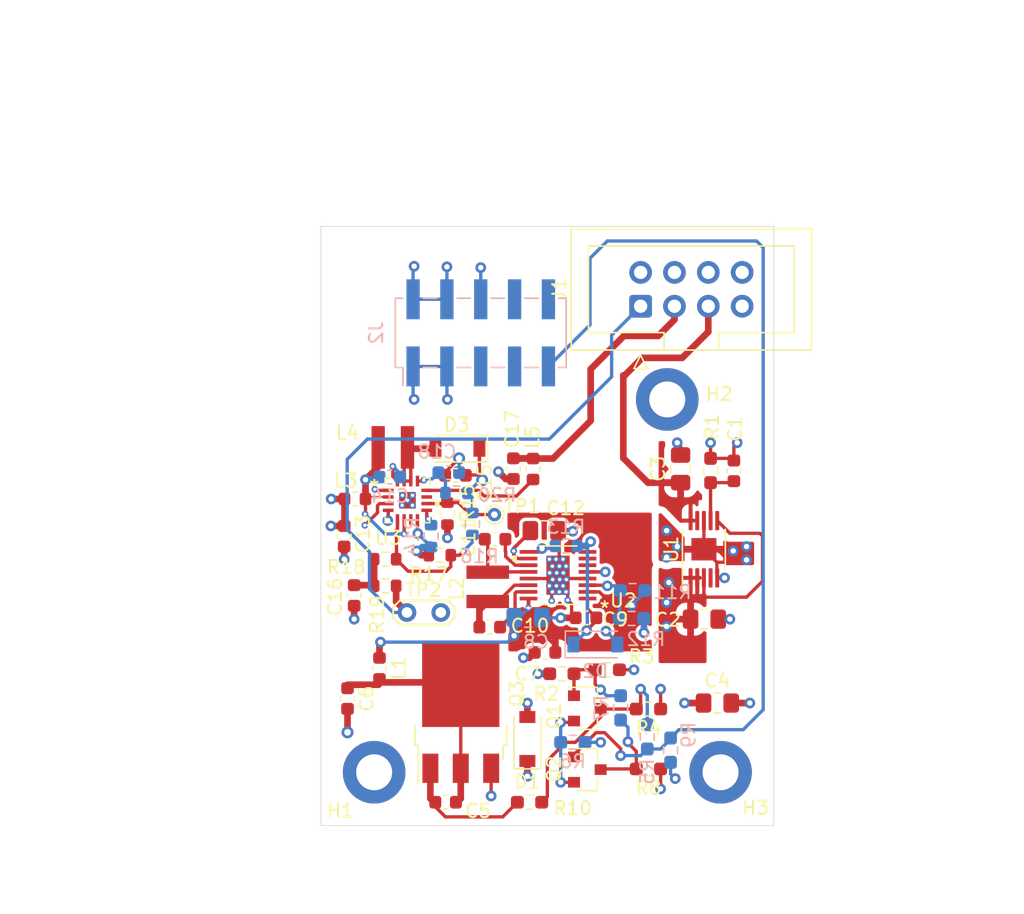
<source format=kicad_pcb>
(kicad_pcb (version 20211014) (generator pcbnew)
  (layers (0 "F.Cu" signal) (1 "In1.Cu" power) (2 "In2.Cu" power) (31 "B.Cu" signal) (34 "B.Paste" user) (35 "F.Paste" user) (36 "B.SilkS" user "B.Silkscreen") (37 "F.SilkS" user "F.Silkscreen") (38 "B.Mask" user) (39 "F.Mask" user) (44 "Edge.Cuts" user))
  (net 0 "")
  (net 1 "/vload")
  (net 2 "Net-(C1-Pad1)")
  (net 3 "GND")
  (net 4 "Net-(C5-Pad2)")
  (net 5 "Net-(C7-Pad1)")
  (net 6 "Net-(C10-Pad1)")
  (net 7 "Net-(C10-Pad2)")
  (net 8 "/On When Warm/VD1")
  (net 9 "/On When Warm/vs")
  (net 10 "/On When Warm/vg1")
  (net 11 "/thermistor")
  (net 12 "/On When Warm/vd2")
  (net 13 "Net-(C11-Pad2)")
  (net 14 "VDC")
  (net 15 "Net-(C16-Pad1)")
  (net 16 "/p5v_out")
  (net 17 "Net-(C18-Pad1)")
  (net 18 "Net-(C11-Pad1)")
  (net 20 "Net-(C14-Pad1)")
  (net 22 "Net-(C15-Pad1)")
  (net 23 "Net-(D3-Pad2)")
  (net 24 "/sipm_bias")
  (net 25 "Net-(R11-Pad2)")
  (net 27 "/sipm_dcdc/imon")
  (net 28 "/sipm_dcdc/ilim*")
  (net 29 "/dc_dc/pgood")
  (net 31 "Net-(R14-Pad1)")
  (net 32 "Net-(R16-Pad2)")
  (net 33 "+5V")
  (net 34 "Net-(L5-Pad2)")
  (net 37 "/vcont")
  (net 38 "/dc_dc/vcc")
  (footprint "Resistor_SMD:R_0603_1608Metric_Pad0.98x0.95mm_HandSolder" (layer "F.Cu") (at 124.5875 140.75 180)
    (fp_text reference "R8")
    (fp_text value "4.7k")
  )
  (footprint "Resistor_SMD:R_0603_1608Metric_Pad0.98x0.95mm_HandSolder" (layer "F.Cu") (at 121.5 133.3)
    (fp_text reference "R3")
    (fp_text value "100k")
  )
  (footprint "Resistor_SMD:R_0603_1608Metric_Pad0.98x0.95mm_HandSolder" (layer "F.Cu") (at 124.5875 136.25 180)
    (fp_text reference "R4")
    (fp_text value "4.7k")
  )
  (footprint "Package_TO_SOT_SMD:TO-252-3_TabPin2" (layer "F.Cu") (at 110.5 136.5 90)
    (fp_text reference "Q3")
    (fp_text value "AOD413A")
  )
  (footprint "Package_SO:MSOP-10-1EP_3x3mm_P0.5mm_EP1.68x1.88mm" (layer "F.Cu") (at 128.75 124.25 90)
    (fp_text reference "U1")
    (fp_text value "LT3042xMSE")
  )
  (footprint "Package_TO_SOT_SMD:SOT-23" (layer "F.Cu") (at 120 136.2)
    (fp_text reference "Q1")
    (fp_text value "IRLML2402TRPBF")
  )
  (footprint "Capacitor_SMD:C_0603_1608Metric" (layer "F.Cu") (at 102 135.4625 -90)
    (fp_text reference "C6")
    (fp_text value "2.2uF")
  )
  (footprint "Resistor_SMD:R_0603_1608Metric_Pad0.98x0.95mm_HandSolder" (layer "F.Cu") (at 118.0875 133.6)
    (fp_text reference "R2")
    (fp_text value "100k")
  )
  (footprint "Capacitor_SMD:C_0603_1608Metric" (layer "F.Cu") (at 131 118.3625 90)
    (fp_text reference "C1")
    (fp_text value "100nF")
  )
  (footprint "Capacitor_SMD:C_0805_2012Metric_Pad1.18x1.45mm_HandSolder" (layer "F.Cu") (at 127 118.2125 90)
    (fp_text reference "C3")
    (fp_text value "22uF")
  )
  (footprint "Resistor_SMD:R_0603_1608Metric_Pad0.98x0.95mm_HandSolder" (layer "F.Cu") (at 129.25 118.3375 90)
    (fp_text reference "R1")
    (fp_text value "49.9k")
  )
  (footprint "Capacitor_SMD:C_0805_2012Metric_Pad1.18x1.45mm_HandSolder" (layer "F.Cu") (at 128.7875 129.5)
    (fp_text reference "C2")
    (fp_text value "22uF")
  )
  (footprint "Capacitor_SMD:C_0603_1608Metric" (layer "F.Cu") (at 109.3625 143.25 180)
    (fp_text reference "C5")
    (fp_text value "22nF")
  )
  (footprint "Package_TO_SOT_SMD:SOT-23" (layer "F.Cu") (at 120 140.8)
    (fp_text reference "Q2")
    (fp_text value "IRLML2402TRPBF")
  )
  (footprint "Resistor_SMD:R_0603_1608Metric_Pad0.98x0.95mm_HandSolder" (layer "F.Cu") (at 115.6625 143.25)
    (fp_text reference "R10")
    (fp_text value "1k")
  )
  (footprint "MAX15059BATET:MAX15059BATE&plus_" (layer "F.Cu") (at 106.5 120.575)
    (fp_text reference "U3")
    (fp_text value "MAX15059BATE+" hide)
  )
  (footprint "Capacitor_SMD:C_0603_1608Metric" (layer "F.Cu") (at 119.9 129.4 180)
    (fp_text reference "C9")
    (fp_text value "2.2uF")
  )
  (footprint "Capacitor_SMD:C_0603_1608Metric" (layer "F.Cu") (at 101.75 123.275 -90)
    (fp_text reference "C13")
    (fp_text value "2.2uF")
  )
  (footprint "Capacitor_SMD:C_0603_1608Metric" (layer "F.Cu") (at 110.1 118.7 180)
    (fp_text reference "C15")
    (fp_text value "100nF")
  )
  (footprint "Capacitor_SMD:C_0603_1608Metric" (layer "F.Cu") (at 112.675 130.1)
    (fp_text reference "C10")
    (fp_text value "22nF")
  )
  (footprint "Capacitor_SMD:C_0603_1608Metric" (layer "F.Cu") (at 113.075 123.5)
    (fp_text reference "C11")
    (fp_text value "22nF")
  )
  (footprint "Wurth-744025004:Wuerth_Elektronik-744025004-Manufacturer_Recommended" (layer "F.Cu") (at 112.525001 127.075 90)
    (fp_text reference "L2")
    (fp_text value "4.7uH,WE-TPC,744025004" hide)
  )
  (footprint "Resistor_SMD:R_0603_1608Metric" (layer "F.Cu") (at 109.5 121.575 -90)
    (fp_text reference "R15")
    (fp_text value "10k")
  )
  (footprint "Resistor_SMD:R_0603_1608Metric" (layer "F.Cu") (at 108.925 124.7 180)
    (fp_text reference "R17")
    (fp_text value "10k")
  )
  (footprint "footprints:LTC3129EMSE-1-PBF" (layer "F.Cu") (at 117.8 126.2 180)
    (fp_text reference "U2")
    (fp_text value "LTC3129IMSE-1-PBF" hide)
  )
  (footprint "Capacitor_SMD:C_0805_2012Metric_Pad1.18x1.45mm_HandSolder" (layer "F.Cu") (at 116.7625 122.85)
    (fp_text reference "C12")
    (fp_text value "22uF")
  )
  (footprint "TestPoint:TestPoint_THTPad_D1.0mm_Drill0.5mm" (layer "F.Cu") (at 113.025 121.65)
    (fp_text reference "TP1")
    (fp_text value "TestPoint")
  )
  (footprint "Wurth-744025004:Wuerth_Elektronik-744025004-Manufacturer_Recommended" (layer "F.Cu") (at 105.4 116.599999 180)
    (fp_text reference "L4")
    (fp_text value "4.7uF,WE-TPC,744025004" hide)
  )
  (footprint "Capacitor_SMD:C_0603_1608Metric" (layer "F.Cu") (at 114.45 118.2 -90)
    (fp_text reference "C17")
    (fp_text value "100nF")
  )
  (footprint "Inductor_SMD:L_0603_1608Metric" (layer "F.Cu") (at 115.925 118.225 -90)
    (fp_text reference "L5")
    (fp_text value "1.0uH")
  )
  (footprint "Capacitor_SMD:C_0603_1608Metric" (layer "F.Cu") (at 102.5 127.725 -90)
    (fp_text reference "C16")
    (fp_text value "100nF")
  )
  (footprint "Resistor_SMD:R_0603_1608Metric" (layer "F.Cu") (at 104.825 125)
    (fp_text reference "R18")
    (fp_text value "10k")
  )
  (footprint "Resistor_SMD:R_0603_1608Metric" (layer "F.Cu") (at 104.825 127 180)
    (fp_text reference "R19")
    (fp_text value "10k")
  )
  (footprint "TestPoint:TestPoint_2Pads_Pitch2.54mm_Drill0.8mm" (layer "F.Cu") (at 106.46 129)
    (fp_text reference "TP2")
    (fp_text value "TestPoint_2Pole")
  )
  (footprint "MountingHole:MountingHole_2.7mm_M2.5_DIN965_Pad" (layer "F.Cu") (at 104 141)
    (fp_text reference "H1")
    (fp_text value "MountingHole_Pad")
  )
  (footprint "MountingHole:MountingHole_2.7mm_M2.5_DIN965_Pad" (layer "F.Cu") (at 126 113)
    (fp_text reference "H2")
    (fp_text value "MountingHole_Pad")
  )
  (footprint "MountingHole:MountingHole_2.7mm_M2.5_DIN965_Pad" (layer "F.Cu") (at 130 141)
    (fp_text reference "H3")
    (fp_text value "MountingHole_Pad")
  )
  (footprint "Inductor_SMD:L_0603_1608Metric" (layer "F.Cu") (at 102.5625 120.475 180)
    (fp_text reference "L3")
    (fp_text value "1.0uH")
  )
  (footprint "Connector_IDC:IDC-Header_2x04_P2.54mm_Vertical" (layer "F.Cu") (at 124 106 90)
    (fp_text reference "J1")
    (fp_text value "Conn_02x04_Odd_Even")
  )
  (footprint "Inductor_SMD:L_0603_1608Metric" (layer "F.Cu") (at 104.4 133.2 -90)
    (fp_text reference "L1")
    (fp_text value "1.0uH")
  )
  (footprint "Diode_SMD:D_SOD-123" (layer "F.Cu") (at 110.25 116.7 180)
    (fp_text reference "D3")
    (fp_text value "MBR0580")
  )
  (footprint "Capacitor_SMD:C_0603_1608Metric" (layer "F.Cu") (at 116.825 132 180)
    (fp_text reference "C7")
    (fp_text value "2.2uF")
  )
  (footprint "Capacitor_SMD:C_0805_2012Metric_Pad1.18x1.45mm_HandSolder" (layer "F.Cu") (at 129.7625 135.8)
    (fp_text reference "C4")
    (fp_text value "22uF")
  )
  (footprint "Diode_SMD:D_SOD-123" (layer "F.Cu") (at 115.5 138.5 90)
    (fp_text reference "D1")
    (fp_text value "MBR0580")
  )
  (footprint "Resistor_SMD:R_0603_1608Metric_Pad0.98x0.95mm_HandSolder" (layer "B.Cu") (at 122.5 136.1625 -90)
    (fp_text reference "R7")
    (fp_text value "200k")
  )
  (footprint "Resistor_SMD:R_0603_1608Metric_Pad0.98x0.95mm_HandSolder" (layer "B.Cu") (at 126.25 139.3375 90)
    (fp_text reference "R9")
    (fp_text value "100k")
  )
  (footprint "Resistor_SMD:R_0603_1608Metric_Pad0.98x0.95mm_HandSolder" (layer "B.Cu") (at 124.5 138.3375 -90)
    (fp_text reference "R5")
    (fp_text value "200k")
  )
  (footprint "Resistor_SMD:R_0603_1608Metric_Pad0.98x0.95mm_HandSolder" (layer "B.Cu") (at 118.9125 138.75)
    (fp_text reference "R6")
    (fp_text value "1K")
  )
  (footprint "Connector_PinSocket_2.54mm:PinSocket_2x05_P2.54mm_Vertical_SMD" (layer "B.Cu") (at 112 108 -90)
    (fp_text reference "J2")
    (fp_text value "Conn_02x05_Odd_Even")
  )
  (footprint "Capacitor_SMD:C_0805_2012Metric_Pad1.18x1.45mm_HandSolder" (layer "B.Cu") (at 115.55 129.375)
    (fp_text reference "C8")
    (fp_text value "22uF")
  )
  (footprint "Capacitor_SMD:C_0603_1608Metric" (layer "B.Cu") (at 105.175 118.825)
    (fp_text reference "C14")
    (fp_text value "2.2uF")
  )
  (footprint "Resistor_SMD:R_0603_1608Metric" (layer "B.Cu") (at 108.275 123.265 -90)
    (fp_text reference "R14")
    (fp_text value "120k")
  )
  (footprint "Resistor_SMD:R_0603_1608Metric" (layer "B.Cu") (at 111.375 122.35 -90)
    (fp_text reference "R16")
    (fp_text value "360k")
  )
  (footprint "Resistor_SMD:R_0603_1608Metric" (layer "B.Cu") (at 110.175 120.025)
    (fp_text reference "R20")
    (fp_text value "100")
  )
  (footprint "Resistor_SMD:R_0603_1608Metric_Pad0.98x0.95mm_HandSolder" (layer "B.Cu") (at 123.4 127.35 180)
    (fp_text reference "R11")
    (fp_text value "330k")
  )
  (footprint "Resistor_SMD:R_0603_1608Metric_Pad0.98x0.95mm_HandSolder" (layer "B.Cu") (at 123.325 129.45)
    (fp_text reference "R12")
    (fp_text value "100k")
  )
  (footprint "Capacitor_SMD:C_0603_1608Metric" (layer "B.Cu") (at 109.6 118.5)
    (fp_text reference "C18")
    (fp_text value "100nF")
  )
  (footprint "Resistor_SMD:R_0603_1608Metric" (layer "B.Cu") (at 118.4 124 180)
    (fp_text reference "R13")
    (fp_text value "10k")
  )
  (footprint "Diode_SMD:D_SOD-123" (layer "B.Cu") (at 120.6 131.4)
    (fp_text reference "D2")
    (fp_text value "MBR0580")
  )
  (gr_line (start 100 145) (end 100 100) (layer "Edge.Cuts") (width 0.05))
  (gr_line (start 134 145) (end 100 145) (layer "Edge.Cuts") (width 0.05))
  (gr_line (start 100 100) (end 134 100) (layer "Edge.Cuts") (width 0.05))
  (gr_line (start 134 100) (end 134 145) (layer "Edge.Cuts") (width 0.05))
  (segment (start 110.5 140.7) (end 110.5 134.4) (width 0.25) (layer "F.Cu") (net 1))
  (segment (start 102 134.425) (end 104.325 134.425) (width 0.5) (layer "F.Cu") (net 1))
  (segment (start 110.5 140.7) (end 110.5 142.975) (width 0.5) (layer "F.Cu") (net 1))
  (segment (start 110.35 134.25) (end 110.5 134.4) (width 0.5) (layer "F.Cu") (net 1))
  (segment (start 110.5 142.975) (end 110.225 143.25) (width 0.5) (layer "F.Cu") (net 1))
  (segment (start 104.325 134.425) (end 104.5 134.25) (width 0.5) (layer "F.Cu") (net 1))
  (segment (start 104.4 133.9875) (end 104.4 134.15) (width 0.5) (layer "F.Cu") (net 1))
  (segment (start 104.5 134.25) (end 110.35 134.25) (width 0.5) (layer "F.Cu") (net 1))
  (segment (start 104.4 134.15) (end 104.5 134.25) (width 0.5) (layer "F.Cu") (net 1))
  (segment (start 129.25 122.1) (end 129.25 119.25) (width 0.25) (layer "F.Cu") (net 2))
  (segment (start 129.25 119.25) (end 130.975 119.25) (width 0.25) (layer "F.Cu") (net 2))
  (segment (start 130.975 119.25) (end 131 119.225) (width 0.25) (layer "F.Cu") (net 2))
  (segment (start 102.5 128.5) (end 102.5 129.5) (width 0.5) (layer "F.Cu") (net 3))
  (segment (start 120.013348 125.94981) (end 121.35019 125.94981) (width 0.25) (layer "F.Cu") (net 3))
  (segment (start 109.325 118.475) (end 110.375 117.425) (width 0.25) (layer "F.Cu") (net 3))
  (segment (start 122.4125 133.3) (end 123.5 133.3) (width 0.25) (layer "F.Cu") (net 3))
  (segment (start 107.5245 124.7) (end 107.2 124.3755) (width 0.5) (layer "F.Cu") (net 3))
  (segment (start 105.400004 118.779605) (end 105.400004 118.025) (width 0.25) (layer "F.Cu") (net 3))
  (segment (start 114.45 118.975) (end 113.875 118.975) (width 0.5) (layer "F.Cu") (net 3))
  (segment (start 115.5 136.85) (end 115.5 135.8) (width 0.5) (layer "F.Cu") (net 3))
  (segment (start 129.75 126.05) (end 129.72501 126.02501) (width 0.25) (layer "F.Cu") (net 3))
  (segment (start 129.25 117.425) (end 129.25 116.25) (width 0.25) (layer "F.Cu") (net 3))
  (segment (start 107.250001 122.0204) (end 107.25 122.6744) (width 0.25) (layer "F.Cu") (net 3))
  (segment (start 107.25 122.6744) (end 107.25 123.05) (width 0.25) (layer "F.Cu") (net 3))
  (segment (start 117.325 128.125) (end 117.325 127.5) (width 0.25) (layer "F.Cu") (net 3))
  (segment (start 118.82 129.05) (end 118.82 128.37) (width 0.25) (layer "F.Cu") (net 3))
  (segment (start 119.125 129.4) (end 118 129.4) (width 0.5) (layer "F.Cu") (net 3))
  (segment (start 129.72501 126.02501) (end 129.72501 125.22501) (width 0.25) (layer "F.Cu") (net 3))
  (segment (start 120.013348 126.45019) (end 120.013348 125.94981) (width 0.25) (layer "F.Cu") (net 3))
  (segment (start 109.5 122.4) (end 109.5 123.4) (width 0.5) (layer "F.Cu") (net 3))
  (segment (start 118.75 128.3) (end 118.525 128.075) (width 0.25) (layer "F.Cu") (net 3))
  (segment (start 130.72501 125.22501) (end 129.75 124.25) (width 0.25) (layer "F.Cu") (net 3))
  (segment (start 115.586652 126.45019) (end 117.54981 126.45019) (width 0.25) (layer "F.Cu") (net 3))
  (segment (start 127 116.5) (end 126.75 116.25) (width 0.25) (layer "F.Cu") (net 3))
  (segment (start 105.022597 121.927403) (end 105.022597 122.1) (width 0.25) (layer "F.Cu") (net 3))
  (segment (start 120.013348 126.45019) (end 118.05019 126.45019) (width 0.25) (layer "F.Cu") (net 3))
  (segment (start 109.325 118.7) (end 109.325 118.475) (width 0.25) (layer "F.Cu") (net 3))
  (segment (start 118.525 128.075) (end 118.525 126.925) (width 0.25) (layer "F.Cu") (net 3))
  (segment (start 115.65 132.4) (end 116.05 132) (width 0.5) (layer "F.Cu") (net 3))
  (segment (start 128.35 124.25) (end 128.75 124.25) (width 0.25) (layer "F.Cu") (net 3))
  (segment (start 130.925 117.425) (end 131 117.5) (width 0.25) (layer "F.Cu") (net 3))
  (segment (start 106.525 120.575) (end 106.85 120.25) (width 0.25) (layer "F.Cu") (net 3))
  (segment (start 129.72501 125.22501) (end 129.15 124.65) (width 0.25) (layer "F.Cu") (net 3))
  (segment (start 128.75 124.25) (end 129.15 124.65) (width 0.25) (layer "F.Cu") (net 3))
  (segment (start 102 136.5) (end 102 138) (width 0.5) (layer "F.Cu") (net 3))
  (segment (start 131 116.5) (end 131.25 116.25) (width 0.25) (layer "F.Cu") (net 3))
  (segment (start 131 117.5) (end 131 116.5) (width 0.25) (layer "F.Cu") (net 3))
  (segment (start 129.75 126.4) (end 130.3 126.4) (width 0.25) (layer "F.Cu") (net 3))
  (segment (start 129.72501 125.22501) (end 130.72501 125.22501) (width 0.25) (layer "F.Cu") (net 3))
  (segment (start 105.0546 121.325001) (end 105.0546 121.8954) (width 0.25) (layer "F.Cu") (net 3))
  (segment (start 105.0546 121.8954) (end 105.022597 121.927403) (width 0.25) (layer "F.Cu") (net 3))
  (segment (start 117.85 122.9) (end 117.8 122.85) (width 0.5) (layer "F.Cu") (net 3))
  (segment (start 115.2 132.4) (end 115.65 132.4) (width 0.5) (layer "F.Cu") (net 3))
  (segment (start 129.75 126.4) (end 129.75 126.05) (width 0.25) (layer "F.Cu") (net 3))
  (segment (start 107.25 123.05) (end 107.275 123.075) (width 0.25) (layer "F.Cu") (net 3))
  (segment (start 105.749999 119.1296) (end 105.400004 118.779605) (width 0.25) (layer "F.Cu") (net 3))
  (segment (start 117.8875 124.7625) (end 117.8875 122.9375) (width 0.25) (layer "F.Cu") (net 3))
  (segment (start 118.9 122.9) (end 117.85 122.9) (width 0.5) (layer "F.Cu") (net 3))
  (segment (start 117.8875 122.9375) (end 117.8 122.85) (width 0.25) (layer "F.Cu") (net 3))
  (segment (start 117.65 125) (end 117.8875 124.7625) (width 0.25) (layer "F.Cu") (net 3))
  (segment (start 104.250001 119.824999) (end 104.225 119.85) (width 0.25) (layer "F.Cu") (net 3))
  (segment (start 128.75 122.1) (end 128.75 124.25) (width 0.25) (layer "F.Cu") (net 3))
  (segment (start 129.25 117.425) (end 130.925 117.425) (width 0.25) (layer "F.Cu") (net 3))
  (segment (start 108.1 124.7) (end 107.5245 124.7) (width 0.5) (layer "F.Cu") (net 3))
  (segment (start 106.5 120.575) (end 106.525 120.575) (width 0.25) (layer "F.Cu") (net 3))
  (segment (start 130.8 135.8) (end 132.2 135.8) (width 0.5) (layer "F.Cu") (net 3))
  (segment (start 127 117.175) (end 127 116.5) (width 0.25) (layer "F.Cu") (net 3))
  (segment (start 106.85 120.25) (end 106.175006 120.25) (width 0.25) (layer "F.Cu") (net 3))
  (segment (start 113.875 118.975) (end 113.325 118.425) (width 0.5) (layer "F.Cu") (net 3))
  (segment (start 118.82 128.37) (end 118.525 128.075) (width 0.25) (layer "F.Cu") (net 3))
  (segment (start 129.825 129.5) (end 130.7 129.5) (width 0.25) (layer "F.Cu") (net 3))
  (segment (start 101.75 124.05) (end 101.75 125) (width 0.5) (layer "F.Cu") (net 3))
  (segment (start 105.0546 119.824999) (end 104.250001 119.824999) (width 0.25) (layer "F.Cu") (net 3))
  (via (at 106.5 120.575) (size 0.5) (drill 0.25) (layers "F.Cu" "B.Cu") (net 3))
  (via (at 118.175 125) (size 0.5) (drill 0.25) (layers "F.Cu" "B.Cu") (net 3))
  (via (at 117.9 127.45) (size 0.5) (drill 0.25) (layers "F.Cu" "B.Cu") (net 3))
  (via (at 117.375 127.45) (size 0.5) (drill 0.25) (layers "F.Cu" "B.Cu") (net 3))
  (via (at 118.4 127.45) (size 0.5) (drill 0.25) (layers "F.Cu" "B.Cu") (net 3))
  (via (at 118.2 126.025) (size 0.5) (drill 0.25) (layers "F.Cu" "B.Cu") (net 3))
  (via (at 117.15 127) (size 0.5) (drill 0.25) (layers "F.Cu" "B.Cu") (net 3))
  (via (at 118.525 128.075) (size 0.5) (drill 0.25) (layers "F.Cu" "B.Cu") (net 3))
  (via (at 130.7 129.5) (size 0.8) (drill 0.4) (layers "F.Cu" "B.Cu") (net 3))
  (via (at 106.1 120.95) (size 0.5) (drill 0.25) (layers "F.Cu" "B.Cu") (net 3))
  (via (at 102.5 129.5) (size 0.8) (drill 0.4) (layers "F.Cu" "B.Cu") (net 3))
  (via (at 105.400004 118.025) (size 0.5) (drill 0.25) (layers "F.Cu" "B.Cu") (net 3))
  (via (at 126.75 116.25) (size 0.8) (drill 0.4) (layers "F.Cu" "B.Cu") (net 3))
  (via (at 106.125 120.2) (size 0.5) (drill 0.25) (layers "F.Cu" "B.Cu") (net 3))
  (via (at 117.7 126.025) (size 0.5) (drill 0.25) (layers "F.Cu" "B.Cu") (net 3))
  (via (at 106.875 120.2) (size 0.5) (drill 0.25) (layers "F.Cu" "B.Cu") (net 3))
  (via (at 115.5 135.8) (size 0.8) (drill 0.4) (layers "F.Cu" "B.Cu") (net 3))
  (via (at 115.2 132.4) (size 0.8) (drill 0.4) (layers "F.Cu" "B.Cu") (net 3))
  (via (at 105.022597 122.1) (size 0.8) (drill 0.4) (layers "F.Cu" "B.Cu") (net 3))
  (via (at 106.875 120.95) (size 0.5) (drill 0.25) (layers "F.Cu" "B.Cu") (net 3))
  (via (at 118.4 125.525) (size 0.5) (drill 0.25) (layers "F.Cu" "B.Cu") (net 3))
  (via (at 117.175 126.025) (size 0.5) (drill 0.25) (layers "F.Cu" "B.Cu") (net 3))
  (via (at 131.95 125.05) (size 0.8) (drill 0.4) (layers "F.Cu" "B.Cu") (net 3))
  (via (at 132.2 135.8) (size 0.8) (drill 0.4) (layers "F.Cu" "B.Cu") (net 3))
  (via (at 123.5 133.3) (size 0.8) (drill 0.4) (layers "F.Cu" "B.Cu") (net 3))
  (via (at 117.9 125.525) (size 0.5) (drill 0.25) (layers "F.Cu" "B.Cu") (net 3))
  (via (at 117.4 126.525) (size 0.5) (drill 0.25) (layers "F.Cu" "B.Cu") (net 3))
  (via (at 117.375 125.525) (size 0.5) (drill 0.25) (layers "F.Cu" "B.Cu") (net 3))
  (via (at 107.275 123.075) (size 0.8) (drill 0.4) (layers "F.Cu" "B.Cu") (net 3))
  (via (at 117.65 125) (size 0.5) (drill 0.25) (layers "F.Cu" "B.Cu") (net 3))
  (via (at 131.95 124.05) (size 0.8) (drill 0.4) (layers "F.Cu" "B.Cu") (net 3))
  (via (at 109.5 123.4) (size 0.8) (drill 0.4) (layers "F.Cu" "B.Cu") (net 3))
  (via (at 130.3 126.4) (size 0.8) (drill 0.4) (layers "F.Cu" "B.Cu") (net 3))
  (via (at 125.95 122.85) (size 0.8) (drill 0.4) (layers "F.Cu" "B.Cu") (net 3))
  (via (at 118 129.4) (size 0.8) (drill 0.4) (layers "F.Cu" "B.Cu") (net 3))
  (via (at 121.35019 125.94981) (size 0.8) (drill 0.4) (layers "F.Cu" "B.Cu") (net 3))
  (via (at 117.325 128.125) (size 0.5) (drill 0.25) (layers "F.Cu" "B.Cu") (net 3))
  (via (at 118.425 126.525) (size 0.5) (drill 0.25) (layers "F.Cu" "B.Cu") (net 3))
  (via (at 117.675 127) (size 0.5) (drill 0.25) (layers "F.Cu" "B.Cu") (net 3))
  (via (at 109.46 103.04) (size 0.8) (drill 0.4) (layers "F.Cu" "B.Cu") (net 3))
  (via (at 124.25 130.525) (size 0.8) (drill 0.4) (layers "F.Cu" "B.Cu") (net 3))
  (via (at 117.925 126.525) (size 0.5) (drill 0.25) (layers "F.Cu" "B.Cu") (net 3))
  (via (at 112 103.1) (size 0.8) (drill 0.4) (layers "F.Cu" "B.Cu") (net 3))
  (via (at 131.25 116.25) (size 0.8) (drill 0.4) (layers "F.Cu" "B.Cu") (net 3))
  (via (at 117.15 125) (size 0.5) (drill 0.25) (layers "F.Cu" "B.Cu") (net 3))
  (via (at 101.75 125) (size 0.8) (drill 0.4) (layers "F.Cu" "B.Cu") (net 3))
  (via (at 126.75 124.05) (size 0.8) (drill 0.4) (layers "F.Cu" "B.Cu") (net 3))
  (via (at 118.9 122.9) (size 0.8) (drill 0.4) (layers "F.Cu" "B.Cu") (net 3))
  (via (at 118.175 127) (size 0.5) (drill 0.25) (layers "F.Cu" "B.Cu") (net 3))
  (via (at 125.95 124.85) (size 0.8) (drill 0.4) (layers "F.Cu" "B.Cu") (net 3))
  (via (at 102 138) (size 0.9) (drill 0.5) (layers "F.Cu" "B.Cu") (net 3))
  (via (at 130.952593 124.374996) (size 0.8) (drill 0.4) (layers "F.Cu" "B.Cu") (net 3))
  (via (at 110.375 117.425) (size 0.9) (drill 0.5) (layers "F.Cu" "B.Cu") (net 3))
  (via (at 121 138.75) (size 0.8) (drill 0.4) (layers "F.Cu" "B.Cu") (net 3))
  (via (at 107.2 124.3755) (size 0.8) (drill 0.4) (layers "F.Cu" "B.Cu") (net 3))
  (via (at 107 103) (size 0.8) (drill 0.4) (layers "F.Cu" "B.Cu") (net 3))
  (via (at 113.325 118.425) (size 0.8) (drill 0.4) (layers "F.Cu" "B.Cu") (net 3))
  (via (at 129.25 116.25) (size 0.8) (drill 0.4) (layers "F.Cu" "B.Cu") (net 3))
  (via (at 104.05 119.75) (size 0.5) (drill 0.25) (layers "F.Cu" "B.Cu") (net 3))
  (segment (start 119.825 138.75) (end 121 138.75) (width 0.25) (layer "B.Cu") (net 3))
  (segment (start 108.275 123.775) (end 108.275 124.324996) (width 0.25) (layer "B.Cu") (net 3))
  (segment (start 116.6125 129.4) (end 116.5875 129.375) (width 0.25) (layer "B.Cu") (net 3))
  (segment (start 108.275 124.09) (end 107.61 124.09) (width 0.5) (layer "B.Cu") (net 3))
  (segment (start 106.92 105.475) (end 109.46 105.475) (width 0.25) (layer "B.Cu") (net 3))
  (segment (start 118 129.4) (end 116.6125 129.4) (width 0.25) (layer "B.Cu") (net 3))
  (segment (start 112 105.48) (end 112 103.1) (width 0.25) (layer "B.Cu") (net 3))
  (segment (start 124.25 130.25) (end 124.25 130.525) (width 0.5) (layer "B.Cu") (net 3))
  (segment (start 109.46 105.475) (end 109.46 103.04) (width 0.25) (layer "B.Cu") (net 3))
  (segment (start 106.92 105.475) (end 106.92 103.08) (width 0.25) (layer "B.Cu") (net 3))
  (segment (start 105.95 118.825) (end 105.95 118.574996) (width 0.25) (layer "B.Cu") (net 3))
  (segment (start 105.95 118.574996) (end 105.400004 118.025) (width 0.25) (layer "B.Cu") (net 3))
  (segment (start 110.375 118.5) (end 110.375 117.425) (width 0.25) (layer "B.Cu") (net 3))
  (segment (start 107.975 123.775) (end 107.275 123.075) (width 0.25) (layer "B.Cu") (net 3))
  (segment (start 124.25 129.25) (end 124.25 130.25) (width 0.5) (layer "B.Cu") (net 3))
  (segment (start 107.3245 124.3755) (end 107.2 124.3755) (width 0.5) (layer "B.Cu") (net 3))
  (segment (start 107.61 124.09) (end 107.3245 124.3755) (width 0.5) (layer "B.Cu") (net 3))
  (segment (start 108.275 123.775) (end 107.975 123.775) (width 0.25) (layer "B.Cu") (net 3))
  (segment (start 106.92 103.08) (end 107 103) (width 0.25) (layer "B.Cu") (net 3))
  (segment (start 109.35 144.35) (end 113.65 144.35) (width 0.25) (layer "F.Cu") (net 4))
  (segment (start 113.65 144.35) (end 114.75 143.25) (width 0.25) (layer "F.Cu") (net 4))
  (segment (start 108.5 143.25) (end 108.5 143.5) (width 0.25) (layer "F.Cu") (net 4))
  (segment (start 108.22 140.7) (end 108.22 142.97) (width 0.5) (layer "F.Cu") (net 4))
  (segment (start 108.22 142.97) (end 108.5 143.25) (width 0.5) (layer "F.Cu") (net 4))
  (segment (start 108.5 143.5) (end 109.35 144.35) (width 0.25) (layer "F.Cu") (net 4))
  (segment (start 117.6 131.5) (end 117.6 132) (width 0.25) (layer "F.Cu") (net 5))
  (segment (start 120.013348 127.45095) (end 120.90162 127.45095) (width 0.25) (layer "F.Cu") (net 5))
  (segment (start 114.5 130.75) (end 116.85 130.75) (width 0.25) (layer "F.Cu") (net 5))
  (segment (start 104.4 132.4125) (end 104.4 131.3) (width 0.5) (layer "F.Cu") (net 5))
  (segment (start 116.85 130.75) (end 117.6 131.5) (width 0.25) (layer "F.Cu") (net 5))
  (segment (start 104.4 131.3) (end 104.475 131.225) (width 0.5) (layer "F.Cu") (net 5))
  (segment (start 115.586652 127.95133) (end 115.586652 128.663348) (width 0.25) (layer "F.Cu") (net 5))
  (segment (start 120.90162 127.45095) (end 121.25 127.79933) (width 0.25) (layer "F.Cu") (net 5))
  (via (at 114.5 130.75) (size 0.8) (drill 0.4) (layers "F.Cu" "B.Cu") (net 5))
  (via (at 123.325 128.45) (size 0.8) (drill 0.4) (layers "F.Cu" "B.Cu") (net 5))
  (via (at 115.586652 128.663348) (size 0.5) (drill 0.25) (layers "F.Cu" "B.Cu") (net 5))
  (via (at 104.475 131.225) (size 0.8) (drill 0.4) (layers "F.Cu" "B.Cu") (net 5))
  (segment (start 104.475 131.225) (end 114.025 131.225) (width 0.25) (layer "B.Cu") (net 5))
  (segment (start 114.9 129.35) (end 115.586652 128.663348) (width 0.25) (layer "B.Cu") (net 5))
  (segment (start 124.3125 127.35) (end 124.3125 127.4625) (width 0.25) (layer "B.Cu") (net 5))
  (segment (start 124.3125 127.4625) (end 123.325 128.45) (width 0.25) (layer "B.Cu") (net 5))
  (segment (start 114.3875 129.35) (end 114.9 129.35) (width 0.25) (layer "B.Cu") (net 5))
  (segment (start 114.5 129.5) (end 114.5 130.75) (width 0.5) (layer "B.Cu") (net 5))
  (segment (start 114.025 131.225) (end 114.5 130.75) (width 0.25) (layer "B.Cu") (net 5))
  (segment (start 111.9 128.8) (end 112.525 128.175) (width 0.5) (layer "F.Cu") (net 6))
  (segment (start 113.312243 128.175) (end 112.525 128.175) (width 0.25) (layer "F.Cu") (net 6))
  (segment (start 114.536673 126.95057) (end 113.312243 128.175) (width 0.25) (layer "F.Cu") (net 6))
  (segment (start 115.586652 126.95057) (end 114.536673 126.95057) (width 0.25) (layer "F.Cu") (net 6))
  (segment (start 111.9 130.1) (end 111.9 128.8) (width 0.5) (layer "F.Cu") (net 6))
  (segment (start 114 129.55) (end 113.45 130.1) (width 0.25) (layer "F.Cu") (net 7))
  (segment (start 114.575 127.548653) (end 114.575 129.125) (width 0.25) (layer "F.Cu") (net 7))
  (segment (start 115.586652 127.45095) (end 114.672703 127.45095) (width 0.25) (layer "F.Cu") (net 7))
  (segment (start 114.575 129.125) (end 114.15 129.55) (width 0.25) (layer "F.Cu") (net 7))
  (segment (start 114.15 129.55) (end 114 129.55) (width 0.25) (layer "F.Cu") (net 7))
  (segment (start 114.672703 127.45095) (end 114.575 127.548653) (width 0.25) (layer "F.Cu") (net 7))
  (segment (start 118.373004 138.75) (end 117 140.123004) (width 0.25) (layer "F.Cu") (net 8))
  (segment (start 121.05 136.25) (end 121 136.2) (width 0.25) (layer "F.Cu") (net 8))
  (segment (start 123.675 136.25) (end 121.05 136.25) (width 0.25) (layer "F.Cu") (net 8))
  (segment (start 121 136.85) (end 119.1 138.75) (width 0.25) (layer "F.Cu") (net 8))
  (segment (start 124 134.75) (end 124 135.925) (width 0.25) (layer "F.Cu") (net 8))
  (segment (start 117 140.123004) (end 117 142.825) (width 0.25) (layer "F.Cu") (net 8))
  (segment (start 119.1 138.75) (end 118.373004 138.75) (width 0.25) (layer "F.Cu") (net 8))
  (segment (start 121 136.2) (end 121 136.85) (width 0.25) (layer "F.Cu") (net 8))
  (segment (start 124 135.925) (end 123.675 136.25) (width 0.25) (layer "F.Cu") (net 8))
  (segment (start 117 142.825) (end 116.575 143.25) (width 0.25) (layer "F.Cu") (net 8))
  (via (at 124 134.75) (size 0.8) (drill 0.4) (layers "F.Cu" "B.Cu") (net 8))
  (segment (start 124.5 137.425) (end 124.5 135.25) (width 0.25) (layer "B.Cu") (net 8))
  (segment (start 124.5 135.25) (end 124 134.75) (width 0.25) (layer "B.Cu") (net 8))
  (segment (start 118 137.25) (end 118.9 137.25) (width 0.25) (layer "F.Cu") (net 9))
  (segment (start 118.9 137.25) (end 119 137.15) (width 0.25) (layer "F.Cu") (net 9))
  (segment (start 118 141.75) (end 119 141.75) (width 0.25) (layer "F.Cu") (net 9))
  (via (at 118 137.25) (size 0.8) (drill 0.4) (layers "F.Cu" "B.Cu") (net 9))
  (via (at 118 141.75) (size 0.8) (drill 0.4) (layers "F.Cu" "B.Cu") (net 9))
  (segment (start 118 138.75) (end 118 141.75) (width 0.25) (layer "B.Cu") (net 9))
  (segment (start 118 138.75) (end 118 137.25) (width 0.25) (layer "B.Cu") (net 9))
  (segment (start 119 133.3) (end 120.5875 133.3) (width 0.25) (layer "F.Cu") (net 10))
  (segment (start 119 135.25) (end 119 133.3) (width 0.25) (layer "F.Cu") (net 10))
  (segment (start 120.5875 133.3) (end 120.5875 134.3875) (width 0.25) (layer "F.Cu") (net 10))
  (segment (start 120.5875 134.3875) (end 121 134.8) (width 0.25) (layer "F.Cu") (net 10))
  (via (at 121 134.8) (size 0.8) (drill 0.4) (layers "F.Cu" "B.Cu") (net 10))
  (segment (start 121.45 135.25) (end 121 134.8) (width 0.25) (layer "B.Cu") (net 10))
  (segment (start 122.5 135.25) (end 121.45 135.25) (width 0.25) (layer "B.Cu") (net 10))
  (segment (start 120.651509 138.025489) (end 121.300103 138.025489) (width 0.25) (layer "F.Cu") (net 11))
  (segment (start 122.5 139.225386) (end 122.5 139.75) (width 0.25) (layer "F.Cu") (net 11))
  (segment (start 121.300103 138.025489) (end 122.5 139.225386) (width 0.25) (layer "F.Cu") (net 11))
  (segment (start 119 139.676998) (end 120.651509 138.025489) (width 0.25) (layer "F.Cu") (net 11))
  (segment (start 119 139.85) (end 119 139.676998) (width 0.25) (layer "F.Cu") (net 11))
  (via (at 122.5 139.75) (size 0.8) (drill 0.4) (layers "F.Cu" "B.Cu") (net 11))
  (segment (start 126.875 137.8) (end 126.25 138.425) (width 0.25) (layer "B.Cu") (net 11))
  (segment (start 126.275 138.475) (end 126.125 138.625) (width 0.25) (layer "B.Cu") (net 11))
  (segment (start 132.7 101.1) (end 133.2 101.6) (width 0.25) (layer "B.Cu") (net 11))
  (segment (start 133.2 136.3) (end 131.7 137.8) (width 0.25) (layer "B.Cu") (net 11))
  (segment (start 133.2 101.6) (end 133.2 136.3) (width 0.25) (layer "B.Cu") (net 11))
  (segment (start 124 139.75) (end 124.5 139.25) (width 0.25) (layer "B.Cu") (net 11))
  (segment (start 120.2 107.4) (end 120.2 102.4) (width 0.25) (layer "B.Cu") (net 11))
  (segment (start 117.08 110.52) (end 120.2 107.4) (width 0.25) (layer "B.Cu") (net 11))
  (segment (start 122.5 139.75) (end 124 139.75) (width 0.25) (layer "B.Cu") (net 11))
  (segment (start 125.5 139.25) (end 124.5 139.25) (width 0.25) (layer "B.Cu") (net 11))
  (segment (start 120.2 102.4) (end 121.5 101.1) (width 0.25) (layer "B.Cu") (net 11))
  (segment (start 121.5 101.1) (end 132.7 101.1) (width 0.25) (layer "B.Cu") (net 11))
  (segment (start 126.125 138.625) (end 125.5 139.25) (width 0.25) (layer "B.Cu") (net 11))
  (segment (start 131.7 137.8) (end 126.875 137.8) (width 0.25) (layer "B.Cu") (net 11))
  (segment (start 123.675 140.75) (end 123.675 139.425) (width 0.25) (layer "F.Cu") (net 12))
  (segment (start 123.675 139.425) (end 123.051318 138.801318) (width 0.25) (layer "F.Cu") (net 12))
  (segment (start 121.05 140.75) (end 121 140.8) (width 0.25) (layer "F.Cu") (net 12))
  (segment (start 123.675 140.75) (end 121.05 140.75) (width 0.25) (layer "F.Cu") (net 12))
  (segment (start 123.051318 138.801318) (end 123.051318 138.706175) (width 0.25) (layer "F.Cu") (net 12))
  (via (at 123.051318 138.706175) (size 0.8) (drill 0.4) (layers "F.Cu" "B.Cu") (net 12))
  (segment (start 123.051318 138.706175) (end 123.051318 137.626318) (width 0.25) (layer "B.Cu") (net 12))
  (segment (start 123.051318 137.626318) (end 122.5 137.075) (width 0.25) (layer "B.Cu") (net 12))
  (segment (start 113.875 124.425) (end 113.85 124.4) (width 0.25) (layer "F.Cu") (net 13))
  (segment (start 113.875 124.797407) (end 114.196689 125.119096) (width 0.25) (layer "F.Cu") (net 13))
  (segment (start 114.196689 125.119096) (end 114.244096 125.119096) (width 0.25) (layer "F.Cu") (net 13))
  (segment (start 114.244096 125.119096) (end 114.57443 125.44943) (width 0.25) (layer "F.Cu") (net 13))
  (segment (start 113.875 124.797407) (end 113.875 124.425) (width 0.25) (layer "F.Cu") (net 13))
  (segment (start 113.85 124.4) (end 113.85 123.5) (width 0.25) (layer "F.Cu") (net 13))
  (segment (start 114.57443 125.44943) (end 115.586652 125.44943) (width 0.25) (layer "F.Cu") (net 13))
  (segment (start 127.875 129.625) (end 127.75 129.5) (width 0.5) (layer "F.Cu") (net 14))
  (segment (start 115.5 140.15) (end 115.5 141.3) (width 0.5) (layer "F.Cu") (net 14))
  (segment (start 128.75 127.85) (end 131.95 127.85) (width 0.25) (layer "F.Cu") (net 14))
  (segment (start 130.7 123.05) (end 132.95 123.05) (width 0.25) (layer "F.Cu") (net 14))
  (segment (start 133.15 126.65) (end 131.95 127.85) (width 0.25) (layer "F.Cu") (net 14))
  (segment (start 125.5 136.25) (end 125.5 134.75) (width 0.25) (layer "F.Cu") (net 14))
  (segment (start 127.75 126.4) (end 127.75 128.05) (width 0.25) (layer "F.Cu") (net 14))
  (segment (start 125.5 140.75) (end 125.5 142.25) (width 0.25) (layer "F.Cu") (net 14))
  (segment (start 128.25 126.4) (end 128.25 127.75) (width 0.25) (layer "F.Cu") (net 14))
  (segment (start 128.75 126.4) (end 128.75 127.85) (width 0.25) (layer "F.Cu") (net 14))
  (segment (start 132.95 123.05) (end 133.15 123.25) (width 0.25) (layer "F.Cu") (net 14))
  (segment (start 116.3 133.6) (end 117.175 133.6) (width 0.5) (layer "F.Cu") (net 14))
  (segment (start 112.78 140.7) (end 112.78 142.78) (width 0.25) (layer "F.Cu") (net 14))
  (segment (start 129.75 122.1) (end 130.7 123.05) (width 0.25) (layer "F.Cu") (net 14))
  (segment (start 133.15 123.25) (end 133.15 126.65) (width 0.25) (layer "F.Cu") (net 14))
  (segment (start 128.725 135.8) (end 127.3 135.8) (width 0.5) (layer "F.Cu") (net 14))
  (via (at 112.78 142.78) (size 0.8) (drill 0.4) (layers "F.Cu" "B.Cu") (net 14))
  (via (at 125.95 130.05) (size 0.8) (drill 0.4) (layers "F.Cu" "B.Cu") (net 14))
  (via (at 125.5 134.75) (size 0.8) (drill 0.4) (layers "F.Cu" "B.Cu") (net 14))
  (via (at 125.5 142.25) (size 0.8) (drill 0.4) (layers "F.Cu" "B.Cu") (net 14))
  (via (at 115.5 141.3) (size 0.8) (drill 0.4) (layers "F.Cu" "B.Cu") (net 14))
  (via (at 127.3 135.8) (size 0.8) (drill 0.4) (layers "F.Cu" "B.Cu") (net 14))
  (via (at 126.118254 126.746145) (size 0.8) (drill 0.4) (layers "F.Cu" "B.Cu") (net 14))
  (via (at 126.6 141.475) (size 0.8) (drill 0.4) (layers "F.Cu" "B.Cu") (net 14))
  (via (at 125.95 128.25) (size 0.8) (drill 0.4) (layers "F.Cu" "B.Cu") (net 14))
  (via (at 116.3 133.6) (size 0.8) (drill 0.4) (layers "F.Cu" "B.Cu") (net 14))
  (segment (start 126.25 140.25) (end 126.25 141.125) (width 0.25) (layer "B.Cu") (net 14))
  (segment (start 126.25 141.125) (end 126.6 141.475) (width 0.25) (layer "B.Cu") (net 14))
  (segment (start 102.5 126.95) (end 103.95 126.95) (width 0.5) (layer "F.Cu") (net 15))
  (segment (start 104 127) (end 104 125) (width 0.5) (layer "F.Cu") (net 15))
  (segment (start 103.95 126.95) (end 104 127) (width 0.5) (layer "F.Cu") (net 15))
  (segment (start 128.25 122.1) (end 127.6 122.1) (width 0.25) (layer "F.Cu") (net 16))
  (segment (start 122.7 111.2) (end 122.8 111.2) (width 0.5) (layer "F.Cu") (net 16))
  (segment (start 122.8 111.2) (end 124.125 109.875) (width 0.5) (layer "F.Cu") (net 16))
  (segment (start 127 119.25) (end 124.55 119.25) (width 0.5) (layer "F.Cu") (net 16))
  (segment (start 129.08 107.92) (end 129.08 106) (width 0.5) (layer "F.Cu") (net 16))
  (segment (start 124.55 119.25) (end 122.7 117.4) (width 0.5) (layer "F.Cu") (net 16))
  (segment (start 124.125 109.875) (end 127.125 109.875) (width 0.5) (layer "F.Cu") (net 16))
  (segment (start 122.7 117.4) (end 122.7 111.2) (width 0.5) (layer "F.Cu") (net 16))
  (segment (start 127.125 109.875) (end 129.08 107.92) (width 0.5) (layer "F.Cu") (net 16))
  (segment (start 107.657423 119.1296) (end 107.72413 119.062893) (width 0.25) (layer "F.Cu") (net 17))
  (segment (start 107.250001 119.1296) (end 107.657423 119.1296) (width 0.25) (layer "F.Cu") (net 17))
  (via (at 107.72413 119.062893) (size 0.5) (drill 0.25) (layers "F.Cu" "B.Cu") (net 17))
  (segment (start 109.35 120.025) (end 109.35 119.025) (width 0.25) (layer "B.Cu") (net 17))
  (segment (start 109.35 119.025) (end 108.825 118.5) (width 0.25) (layer "B.Cu") (net 17))
  (segment (start 108.362107 118.962893) (end 107.82413 118.962893) (width 0.25) (layer "B.Cu") (net 17))
  (segment (start 107.82413 118.962893) (end 107.72413 119.062893) (width 0.25) (layer "B.Cu") (net 17))
  (segment (start 108.362107 118.962893) (end 108.825 118.5) (width 0.25) (layer "B.Cu") (net 17))
  (segment (start 115.586652 125.94981) (end 112.55019 125.94981) (width 0.25) (layer "F.Cu") (net 18))
  (segment (start 112.55019 125.94981) (end 112.525 125.975) (width 0.25) (layer "F.Cu") (net 18))
  (segment (start 112.525 125.975) (end 112.525 123.725) (width 0.25) (layer "F.Cu") (net 18))
  (segment (start 112.525 123.725) (end 112.3 123.5) (width 0.25) (layer "F.Cu") (net 18))
  (segment (start 104.3 116.6) (end 104.3 118.074998) (width 0.5) (layer "F.Cu") (net 20))
  (segment (start 103.35 119.85) (end 103.349998 119.849998) (width 0.5) (layer "F.Cu") (net 20))
  (segment (start 103.349998 119.849998) (end 103.349998 119.025) (width 0.5) (layer "F.Cu") (net 20))
  (segment (start 103.35 120.475) (end 103.35 119.85) (width 0.5) (layer "F.Cu") (net 20))
  (segment (start 105.0546 120.325) (end 103.5 120.325) (width 0.15) (layer "F.Cu") (net 20))
  (segment (start 104.3 118.074998) (end 103.349998 119.025) (width 0.5) (layer "F.Cu") (net 20))
  (segment (start 103.5 120.325) (end 103.35 120.475) (width 0.15) (layer "F.Cu") (net 20))
  (segment (start 103.35 120.475) (end 103.35 121.586826) (width 0.25) (layer "F.Cu") (net 20))
  (segment (start 106.25 122.0204) (end 106.25 123.1) (width 0.25) (layer "F.Cu") (net 20))
  (segment (start 103.35 121.586826) (end 103.318914 121.617912) (width 0.25) (layer "F.Cu") (net 20))
  (via (at 106.25 123.1) (size 0.5) (drill 0.25) (layers "F.Cu" "B.Cu") (net 20))
  (via (at 103.349998 119.025) (size 0.8) (drill 0.4) (layers "F.Cu" "B.Cu") (net 20))
  (via (at 103.318914 121.617912) (size 0.5) (drill 0.25) (layers "F.Cu" "B.Cu") (net 20))
  (segment (start 103.374998 119) (end 103.349998 119.025) (width 0.5) (layer "B.Cu") (net 20))
  (segment (start 106.25 123.1) (end 104.801002 123.1) (width 0.25) (layer "B.Cu") (net 20))
  (segment (start 104.25 119) (end 103.374998 119) (width 0.5) (layer "B.Cu") (net 20))
  (segment (start 104.801002 123.1) (end 103.318914 121.617912) (width 0.25) (layer "B.Cu") (net 20))
  (segment (start 111.9 116.6) (end 111.9 117.7) (width 0.25) (layer "F.Cu") (net 22))
  (segment (start 111.9 117.7) (end 111.9 116.7) (width 0.25) (layer "F.Cu") (net 22))
  (segment (start 111.9 117.7) (end 111.9 118.675) (width 0.25) (layer "F.Cu") (net 22))
  (segment (start 111.9 118.675) (end 112.103586 118.878586) (width 0.25) (layer "F.Cu") (net 22))
  (segment (start 112.103586 118.878586) (end 112.103586 119.061846) (width 0.25) (layer "F.Cu") (net 22))
  (segment (start 110.9 118.675) (end 110.875 118.7) (width 0.25) (layer "F.Cu") (net 22))
  (segment (start 111.9 118.675) (end 110.9 118.675) (width 0.25) (layer "F.Cu") (net 22))
  (via (at 112.103586 119.061846) (size 0.9) (drill 0.5) (layers "F.Cu" "B.Cu") (net 22))
  (segment (start 111 120.025) (end 111.963154 119.061846) (width 0.25) (layer "B.Cu") (net 22))
  (segment (start 111.375 120.4) (end 111 120.025) (width 0.25) (layer "B.Cu") (net 22))
  (segment (start 111.375 121.525) (end 111.375 120.4) (width 0.25) (layer "B.Cu") (net 22))
  (segment (start 111.963154 119.061846) (end 112.103586 119.061846) (width 0.25) (layer "B.Cu") (net 22))
  (segment (start 106.75 116.85) (end 106.5 116.6) (width 0.25) (layer "F.Cu") (net 23))
  (segment (start 106.25 116.85) (end 106.5 116.6) (width 0.25) (layer "F.Cu") (net 23))
  (segment (start 106.75 119.1296) (end 106.75 116.85) (width 0.25) (layer "F.Cu") (net 23))
  (segment (start 106.6 116.7) (end 106.5 116.6) (width 0.5) (layer "F.Cu") (net 23))
  (segment (start 106.25 119.1296) (end 106.25 116.85) (width 0.25) (layer "F.Cu") (net 23))
  (segment (start 106.75 119.1296) (end 106.25 119.1296) (width 0.25) (layer "F.Cu") (net 23))
  (segment (start 108.6 116.7) (end 106.6 116.7) (width 0.5) (layer "F.Cu") (net 23))
  (segment (start 114.55 117.425) (end 115.9125 117.425) (width 0.5) (layer "F.Cu") (net 24))
  (segment (start 115.925 117.4375) (end 117.4225 117.4375) (width 0.5) (layer "F.Cu") (net 24))
  (segment (start 115.925 117.4375) (end 114.4625 117.4375) (width 0.5) (layer "F.Cu") (net 24))
  (segment (start 115.9125 117.425) (end 115.925 117.4375) (width 0.5) (layer "F.Cu") (net 24))
  (segment (start 117.4225 117.4375) (end 118.535 116.325) (width 0.5) (layer "F.Cu") (net 24))
  (segment (start 125.325 108.225) (end 126.54 107.01) (width 0.5) (layer "F.Cu") (net 24))
  (segment (start 118.535 116.315) (end 120.25 114.6) (width 0.5) (layer "F.Cu") (net 24))
  (segment (start 120.25 110.725) (end 122.75 108.225) (width 0.5) (layer "F.Cu") (net 24))
  (segment (start 114.4625 117.4375) (end 114.45 117.425) (width 0.5) (layer "F.Cu") (net 24))
  (segment (start 122.75 108.225) (end 125.325 108.225) (width 0.5) (layer "F.Cu") (net 24))
  (segment (start 118.535 116.325) (end 118.535 116.315) (width 0.5) (layer "F.Cu") (net 24))
  (segment (start 126.54 107.01) (end 126.54 106) (width 0.5) (layer "F.Cu") (net 24))
  (segment (start 120.25 114.6) (end 120.25 110.725) (width 0.5) (layer "F.Cu") (net 24))
  (segment (start 120.013348 126.95057) (end 121.45057 126.95057) (width 0.25) (layer "F.Cu") (net 25))
  (segment (start 121.45057 126.95057) (end 121.5 127) (width 0.25) (layer "F.Cu") (net 25))
  (via (at 121.5 127) (size 0.8) (drill 0.4) (layers "F.Cu" "B.Cu") (net 25))
  (segment (start 122.425 127.25) (end 122.425 129.25) (width 0.25) (layer "B.Cu") (net 25))
  (segment (start 121.5 127) (end 122.1375 127) (width 0.25) (layer "B.Cu") (net 25))
  (segment (start 122.1375 127) (end 122.4875 127.35) (width 0.25) (layer "B.Cu") (net 25))
  (segment (start 109.425 120.825) (end 109.5 120.75) (width 0.25) (layer "F.Cu") (net 27))
  (segment (start 110.323002 120.75) (end 111.223002 121.65) (width 0.25) (layer "F.Cu") (net 27))
  (segment (start 107.9454 120.825) (end 109.425 120.825) (width 0.25) (layer "F.Cu") (net 27))
  (segment (start 109.5 120.75) (end 110.323002 120.75) (width 0.25) (layer "F.Cu") (net 27))
  (segment (start 111.223002 121.65) (end 113.025 121.65) (width 0.25) (layer "F.Cu") (net 27))
  (segment (start 116.35133 124.44867) (end 116.6 124.2) (width 0.25) (layer "F.Cu") (net 29))
  (segment (start 115.586652 124.44867) (end 116.35133 124.44867) (width 0.25) (layer "F.Cu") (net 29))
  (via (at 116.6 124.2) (size 0.8) (drill 0.4) (layers "F.Cu" "B.Cu") (net 29))
  (segment (start 117.375 124.2) (end 117.575 124) (width 0.25) (layer "B.Cu") (net 29))
  (segment (start 116.6 124.2) (end 117.375 124.2) (width 0.25) (layer "B.Cu") (net 29))
  (segment (start 107.9454 121.8454) (end 108.075 121.975) (width 0.25) (layer "F.Cu") (net 31))
  (segment (start 107.9454 121.325001) (end 107.9454 121.8454) (width 0.25) (layer "F.Cu") (net 31))
  (via (at 108.075 121.975) (size 0.5) (drill 0.25) (layers "F.Cu" "B.Cu") (net 31))
  (segment (start 108.275 122.175) (end 108.075 121.975) (width 0.25) (layer "B.Cu") (net 31))
  (segment (start 108.275 122.58) (end 108.275 122.175) (width 0.25) (layer "B.Cu") (net 31))
  (segment (start 105.749999 122.0204) (end 105.749999 122.748999) (width 0.25) (layer "F.Cu") (net 32))
  (segment (start 110.4 124.7) (end 109.75 124.7) (width 0.25) (layer "F.Cu") (net 32))
  (segment (start 110.7 124.4) (end 110.4 124.7) (width 0.25) (layer "F.Cu") (net 32))
  (segment (start 105.65 125) (end 106.55 125.9) (width 0.25) (layer "F.Cu") (net 32))
  (segment (start 105.749999 122.748999) (end 105.674999 122.823999) (width 0.25) (layer "F.Cu") (net 32))
  (segment (start 109.75 125.55) (end 109.75 124.7) (width 0.25) (layer "F.Cu") (net 32))
  (segment (start 105.674999 122.823999) (end 105.674999 125.024999) (width 0.25) (layer "F.Cu") (net 32))
  (segment (start 106.55 125.9) (end 109.4 125.9) (width 0.25) (layer "F.Cu") (net 32))
  (segment (start 109.4 125.9) (end 109.75 125.55) (width 0.25) (layer "F.Cu") (net 32))
  (via (at 110.7 124.4) (size 0.5) (drill 0.25) (layers "F.Cu" "B.Cu") (net 32))
  (segment (start 111.375 123.725) (end 110.7 124.4) (width 0.25) (layer "B.Cu") (net 32))
  (segment (start 111.375 123.175) (end 111.375 123.725) (width 0.25) (layer "B.Cu") (net 32))
  (segment (start 101.75 122.5) (end 100.75 122.5) (width 0.5) (layer "F.Cu") (net 33))
  (segment (start 101.775 120.475) (end 101.775 122.475) (width 0.5) (layer "F.Cu") (net 33))
  (segment (start 105.0546 120.825) (end 104.400601 120.825) (width 0.25) (layer "F.Cu") (net 33))
  (segment (start 115.586652 124.94905) (end 114.758685 124.94905) (width 0.25) (layer "F.Cu") (net 33))
  (segment (start 114.472659 124.663024) (end 114.472659 124.380906) (width 0.25) (layer "F.Cu") (net 33))
  (segment (start 115.725 122.921671) (end 115.725 122.85) (width 0.25) (layer "F.Cu") (net 33))
  (segment (start 115.8125 123.15) (end 115.513214 123.15) (width 0.25) (layer "F.Cu") (net 33))
  (segment (start 104.25 121.5) (end 103.3 122.45) (width 0.25) (layer "F.Cu") (net 33))
  (segment (start 114.472659 124.174012) (end 115.725 122.921671) (width 0.25) (layer "F.Cu") (net 33))
  (segment (start 104.25 120.975601) (end 104.25 121.5) (width 0.25) (layer "F.Cu") (net 33))
  (segment (start 114.472659 124.190555) (end 114.472659 124.380906) (width 0.25) (layer "F.Cu") (net 33))
  (segment (start 114.472659 124.380906) (end 114.472659 124.174012) (width 0.25) (layer "F.Cu") (net 33))
  (segment (start 115.513214 123.15) (end 114.472659 124.190555) (width 0.25) (layer "F.Cu") (net 33))
  (segment (start 104.400601 120.825) (end 104.25 120.975601) (width 0.25) (layer "F.Cu") (net 33))
  (segment (start 101.775 120.475) (end 100.775 120.475) (width 0.5) (layer "F.Cu") (net 33))
  (segment (start 101.775 122.475) (end 101.75 122.5) (width 0.5) (layer "F.Cu") (net 33))
  (segment (start 114.758685 124.94905) (end 114.472659 124.663024) (width 0.25) (layer "F.Cu") (net 33))
  (via (at 121.4 130.4) (size 0.8) (drill 0.4) (layers "F.Cu" "B.Cu") (net 33))
  (via (at 107 113) (size 0.8) (drill 0.4) (layers "F.Cu" "B.Cu") (net 33))
  (via (at 100.775 120.475) (size 0.8) (drill 0.4) (layers "F.Cu" "B.Cu") (net 33))
  (via (at 109.5 113) (size 0.8) (drill 0.4) (layers "F.Cu" "B.Cu") (net 33))
  (via (at 100.75 122.5) (size 0.8) (drill 0.4) (layers "F.Cu" "B.Cu") (net 33))
  (via (at 103.3 122.45) (size 0.5) (drill 0.25) (layers "F.Cu" "B.Cu") (net 33))
  (via (at 114.472659 124.380906) (size 0.5) (drill 0.25) (layers "F.Cu" "B.Cu") (net 33))
  (segment (start 106.92 112.92) (end 107 113) (width 0.25) (layer "B.Cu") (net 33))
  (segment (start 121.4 130.4) (end 122.25 131.25) (width 0.25) (layer "B.Cu") (net 33))
  (segment (start 106.92 110.525) (end 106.92 112.92) (width 0.25) (layer "B.Cu") (net 33))
  (segment (start 122.25 131.25) (end 122.25 131.4) (width 0.25) (layer "B.Cu") (net 33))
  (segment (start 109.46 110.525) (end 109.46 112.96) (width 0.25) (layer "B.Cu") (net 33))
  (segment (start 106.92 110.525) (end 109.46 110.525) (width 0.25) (layer "B.Cu") (net 33))
  (segment (start 109.46 112.96) (end 109.5 113) (width 0.25) (layer "B.Cu") (net 33))
  (segment (start 111.824999 119.824999) (end 112.250002 120.250002) (width 0.25) (layer "F.Cu") (net 34))
  (segment (start 112.250002 120.250002) (end 114.687498 120.250002) (width 0.25) (layer "F.Cu") (net 34))
  (segment (start 107.9454 119.824999) (end 111.824999 119.824999) (width 0.25) (layer "F.Cu") (net 34))
  (segment (start 114.687498 120.250002) (end 115.925 119.0125) (width 0.25) (layer "F.Cu") (net 34))
  (segment (start 105.65 128.19) (end 106.46 129) (width 0.5) (layer "F.Cu") (net 37))
  (segment (start 105.65 127) (end 105.65 128.19) (width 0.5) (layer "F.Cu") (net 37))
  (segment (start 101.975 117.5) (end 103.5 115.975) (width 0.25) (layer "B.Cu") (net 37))
  (segment (start 103.5 115.975) (end 117.15 115.975) (width 0.25) (layer "B.Cu") (net 37))
  (segment (start 121.825 108.175) (end 124 106) (width 0.25) (layer "B.Cu") (net 37))
  (segment (start 106.46 129) (end 105.425 129) (width 0.25) (layer "B.Cu") (net 37))
  (segment (start 121.825 111.3) (end 121.825 108.175) (width 0.25) (layer "B.Cu") (net 37))
  (segment (start 103.65 127.225) (end 103.65 124.45) (width 0.25) (layer "B.Cu") (net 37))
  (segment (start 103.65 124.45) (end 101.975 122.775) (width 0.25) (layer "B.Cu") (net 37))
  (segment (start 101.975 122.775) (end 101.975 117.5) (width 0.25) (layer "B.Cu") (net 37))
  (segment (start 117.15 115.975) (end 121.825 111.3) (width 0.25) (layer "B.Cu") (net 37))
  (segment (start 105.425 129) (end 103.65 127.225) (width 0.25) (layer "B.Cu") (net 37))
  (segment (start 120.013348 124.94905) (end 120.013348 125.44943) (width 0.25) (layer "F.Cu") (net 38))
  (segment (start 120.675 129.4) (end 120.675 129.625) (width 0.25) (layer "F.Cu") (net 38))
  (segment (start 120.013348 128.738348) (end 120.675 129.4) (width 0.25) (layer "F.Cu") (net 38))
  (segment (start 120.013348 127.95133) (end 120.013348 128.738348) (width 0.25) (layer "F.Cu") (net 38))
  (segment (start 120.675 129.625) (end 119.95 130.35) (width 0.25) (layer "F.Cu") (net 38))
  (segment (start 120.013348 124.44867) (end 120.013348 123.961652) (width 0.25) (layer "F.Cu") (net 38))
  (segment (start 120.013348 124.44867) (end 120.013348 124.94905) (width 0.25) (layer "F.Cu") (net 38))
  (segment (start 120.013348 123.961652) (end 120.25 123.725) (width 0.25) (layer "F.Cu") (net 38))
  (segment (start 120.25 123.725) (end 120.25 123.675) (width 0.25) (layer "F.Cu") (net 38))
  (via (at 119.95 130.35) (size 0.8) (drill 0.4) (layers "F.Cu" "B.Cu") (net 38))
  (via (at 120.25 123.675) (size 0.8) (drill 0.4) (layers "F.Cu" "B.Cu") (net 38))
  (segment (start 119.225 124) (end 119.925 124) (width 0.5) (layer "B.Cu") (net 38))
  (segment (start 119.95 130.4) (end 118.95 131.4) (width 0.25) (layer "B.Cu") (net 38))
  (segment (start 119.95 130.35) (end 119.95 130.4) (width 0.25) (layer "B.Cu") (net 38))
  (segment (start 120 123.925) (end 120 130.3) (width 0.25) (layer "B.Cu") (net 38))
  (segment (start 120.25 123.675) (end 120 123.925) (width 0.25) (layer "B.Cu") (net 38))
  (segment (start 119.925 124) (end 120.25 123.675) (width 0.5) (layer "B.Cu") (net 38))
  (segment (start 120 130.3) (end 119.95 130.35) (width 0.25) (layer "B.Cu") (net 38))
  (zone (net 5) (net_name "Net-(C7-Pad1)") (layer "F.Cu") (connect_pads (clearance 0.25)) (min_thickness 0.254) (fill yes (thermal_gap 0.508) (thermal_bridge_width 0.508))
    (polygon (pts (xy 125.075 131.925) (xy 114.075 131.925) (xy 114 121.5) (xy 125 121.5)))
  )
  (zone (net 14) (net_name "VDC") (layer "F.Cu") (priority 3) (connect_pads (clearance 0.508)) (min_thickness 0.254) (fill yes (thermal_gap 0.508) (thermal_bridge_width 0.508))
    (polygon (pts (xy 128.95 132.8) (xy 125.35 132.8) (xy 125.35 125.65) (xy 128.95 125.65)))
  )
  (zone (net 3) (net_name "GND") (layer "F.Cu") (priority 2) (connect_pads (clearance 0.508)) (min_thickness 0.254) (fill yes (thermal_gap 0.508) (thermal_bridge_width 0.508))
    (polygon (pts (xy 127.4 123.45) (xy 132.95 123.45) (xy 132.95 125.45) (xy 125.35 125.45) (xy 125.35 121.35)))
  )
  (zone (net 16) (net_name "/p5v_out") (layer "F.Cu") (connect_pads (clearance 0.508)) (min_thickness 0.254) (fill yes (thermal_gap 0.508) (thermal_bridge_width 0.508))
    (polygon (pts (xy 132.95 122.85) (xy 131.55 122.85) (xy 131.55 120.575) (xy 128.35 120.575) (xy 128.35 122.85) (xy 127.15 122.85) (xy 125.35 120.925) (xy 125.35 116.125) (xy 132.95 116.125)))
  )
)
</source>
